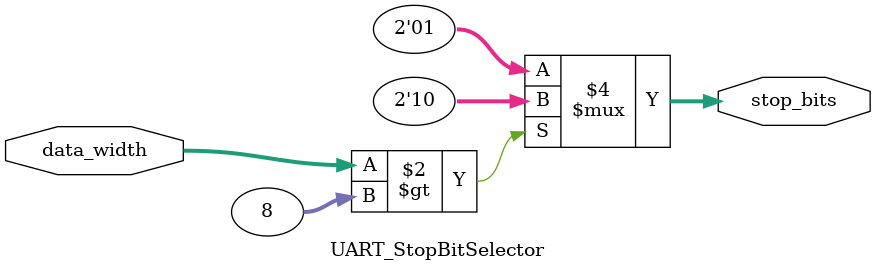
<source format=sv>
module UART_VariableWidth #(
    parameter MAX_WIDTH = 9
)(
    input wire [3:0] data_width,              // 5-9位可配置
    input wire [7:0] rx_data,                 
    output wire [MAX_WIDTH-1:0] rx_extended,  // 扩展的接收数据
    input wire [MAX_WIDTH-1:0] tx_truncated,  // 发送数据输入
    output wire [1:0] stop_bits               // 停止位数
);

    // 接收数据扩展模块
    wire [MAX_WIDTH-1:0] rx_extended_internal;
    UART_ReceiveExtender #(
        .MAX_WIDTH(MAX_WIDTH)
    ) u_receive_extender (
        .data_width     (data_width),
        .rx_data        (rx_data),
        .tx_truncated   (tx_truncated),
        .rx_extended    (rx_extended_internal)
    );

    // 停止位选择模块
    wire [1:0] stop_bits_internal;
    UART_StopBitSelector u_stop_bit_selector (
        .data_width     (data_width),
        .stop_bits      (stop_bits_internal)
    );

    assign rx_extended = rx_extended_internal;
    assign stop_bits = stop_bits_internal;

endmodule

// -------------------------------------------------------------------------
// 子模块1：接收数据扩展模块
// 根据data_width扩展rx_data或直接传递tx_truncated
// -------------------------------------------------------------------------
module UART_ReceiveExtender #(
    parameter MAX_WIDTH = 9
)(
    input wire [3:0] data_width,                // 数据宽度选择
    input wire [7:0] rx_data,                   // 原始接收数据
    input wire [MAX_WIDTH-1:0] tx_truncated,    // 发送数据（9位时传递）
    output reg [MAX_WIDTH-1:0] rx_extended      // 扩展后的接收数据
);
    always @(*) begin
        case(data_width)
            4'd5: rx_extended = {4'b0, rx_data[4:0]};
            4'd6: rx_extended = {3'b0, rx_data[5:0]};
            4'd7: rx_extended = {2'b0, rx_data[6:0]};
            4'd8: rx_extended = {1'b0, rx_data[7:0]};
            4'd9: rx_extended = tx_truncated; // 9位时直接传递
            default: rx_extended = {1'b0, rx_data}; // 默认8位
        endcase
    end
endmodule

// -------------------------------------------------------------------------
// 子模块2：停止位选择模块
// 根据data_width决定停止位数
// -------------------------------------------------------------------------
module UART_StopBitSelector(
    input wire [3:0] data_width,    // 数据宽度选择
    output reg [1:0] stop_bits      // 停止位数
);
    always @(*) begin
        if (data_width > 8) begin
            stop_bits = 2'd2;
        end else begin
            stop_bits = 2'd1;
        end
    end
endmodule
</source>
